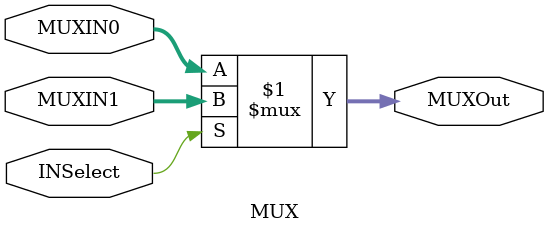
<source format=v>
`timescale 1ns / 1ps


module MUX#(parameter Size = 5)(
    input INSelect,
    input [Size-1:0] MUXIN0,
    input [Size-1:0] MUXIN1,
    output [Size-1:0] MUXOut
    );
    assign MUXOut = INSelect?MUXIN1:MUXIN0;
endmodule

</source>
